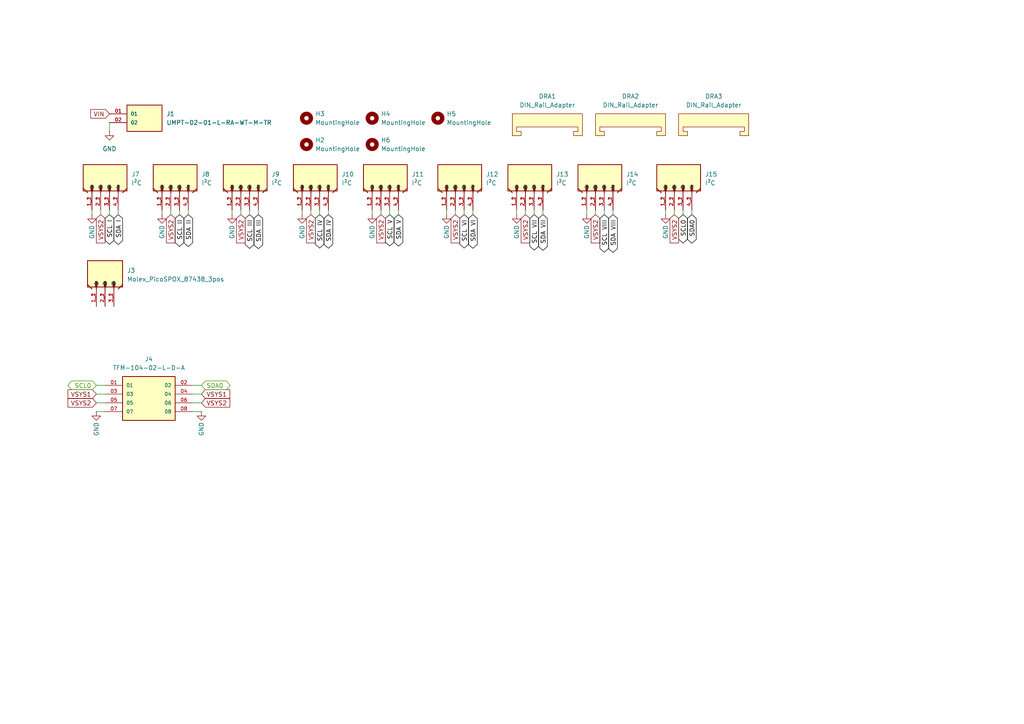
<source format=kicad_sch>
(kicad_sch (version 20231120) (generator "eeschema") (generator_version "8.0")
  (paper "A4")
  (lib_symbols
    (symbol "Mechanical:DIN_Rail_Adapter" (exclude_from_sim yes)
      (property "Reference" "DRA" (at 0 6.35 0))
      (property "Value" "DIN_Rail_Adapter" (at 0 3.81 0))
      (symbol "DIN_Rail_Adapter_0_1"
        (polyline (pts (xy 10.16 2.54) (xy -10.16 2.54) (xy -10.16 -3.81) (xy -7.62 -3.81) (xy -7.62 -2.54) (xy -8.89 -2.54) (xy -8.89 -1.27) (xy 8.89 -1.27) (xy 8.89 -2.54) (xy 7.62 -2.54) (xy 7.62 -3.81) (xy 10.16 -3.81) (xy 10.16 2.54) (xy -10.16 2.54)) (fill (type background)))
      )
    )
    (symbol "Mechanical:MountingHole" (pin_names (offset 1.016)) (exclude_from_sim yes) (in_bom no)
      (property "Reference" "H" (at 0 5.08 0))
      (property "Value" "MountingHole" (at 0 3.175 0))
      (symbol "MountingHole_0_1"
        (circle (center 0 0) (radius 1.27) (stroke (width 1.27)))
      )
    )
    (symbol "connectors_Molex:Molex_PicoSPOX_87438_3pos" (pin_names (offset 1.016))
      (property "Reference" "J" (at 0 6.35 0))
      (property "Value" "Molex_PicoSPOX_87438_3pos" (at 0 -7.62 0))
      (symbol "Molex_PicoSPOX_87438_3pos_0_0"
        (polyline (pts (xy 0 -3.81) (xy 1.27 -5.08)) (stroke (width 0.254)))
        (polyline (pts (xy 0 -2.54) (xy 1.905 -2.54)) (stroke (width 0.254)))
        (polyline (pts (xy 0 0) (xy 1.905 0)) (stroke (width 0.254)))
        (polyline (pts (xy 0 2.54) (xy 1.905 2.54)) (stroke (width 0.254)))
        (polyline (pts (xy 1.27 5.08) (xy 0 3.81)) (stroke (width 0.254)))
        (rectangle (start 0.5821 -5.08) (end 8.2021 5.08) (stroke (width 0.254)) (fill (type background)))
        (rectangle (start 0.635 -2.8575) (end 2.2225 -2.2225) (stroke (width 0.1)) (fill (type outline)))
        (rectangle (start 0.635 -0.3175) (end 2.2225 0.3175) (stroke (width 0.1)) (fill (type outline)))
        (rectangle (start 0.635 2.2225) (end 2.2225 2.8575) (stroke (width 0.1)) (fill (type outline)))
        (pin passive line (at -5.08 2.54 0) (length 5.08) (name "1") (number "1_1"))
        (pin passive line (at -5.08 2.54 0) (length 5.08) (name "1") (number "1_2"))
        (pin passive line (at -5.08 0 0) (length 5.08) (name "2") (number "2_1"))
        (pin passive line (at -5.08 0 0) (length 5.08) (name "2") (number "2_2"))
        (pin passive line (at -5.08 -2.54 0) (length 5.08) (name "3") (number "3_1"))
        (pin passive line (at -5.08 -2.54 0) (length 5.08) (name "3") (number "3_2"))
      )
    )
    (symbol "connectors_Molex:Molex_PicoSPOX_87438_4pos" (pin_names (offset 1.016))
      (property "Reference" "J" (at 0 6.35 0))
      (property "Value" "Molex_PicoSPOX_87438_4pos" (at 0 -10.16 0))
      (symbol "Molex_PicoSPOX_87438_4pos_0_0"
        (polyline (pts (xy 0 -6.35) (xy 1.27 -7.62)) (stroke (width 0.254)))
        (polyline (pts (xy 0 -5.08) (xy 1.905 -5.08)) (stroke (width 0.254)))
        (polyline (pts (xy 0 -2.54) (xy 1.905 -2.54)) (stroke (width 0.254)))
        (polyline (pts (xy 0 0) (xy 1.905 0)) (stroke (width 0.254)))
        (polyline (pts (xy 0 2.54) (xy 1.905 2.54)) (stroke (width 0.254)))
        (polyline (pts (xy 1.27 5.08) (xy 0 3.81)) (stroke (width 0.254)))
        (rectangle (start 0.4989 -7.62) (end 8.1189 5.08) (stroke (width 0.254)) (fill (type background)))
        (rectangle (start 0.635 -5.3975) (end 2.2225 -4.7625) (stroke (width 0.1)) (fill (type outline)))
        (rectangle (start 0.635 -2.8575) (end 2.2225 -2.2225) (stroke (width 0.1)) (fill (type outline)))
        (rectangle (start 0.635 -0.3175) (end 2.2225 0.3175) (stroke (width 0.1)) (fill (type outline)))
        (rectangle (start 0.635 2.2225) (end 2.2225 2.8575) (stroke (width 0.1)) (fill (type outline)))
        (pin passive line (at -5.08 2.54 0) (length 5.08) (name "1") (number "1_1"))
        (pin passive line (at -5.08 2.54 0) (length 5.08) (name "1") (number "1_2"))
        (pin passive line (at -5.08 0 0) (length 5.08) (name "2") (number "2_1"))
        (pin passive line (at -5.08 0 0) (length 5.08) (name "2") (number "2_2"))
        (pin passive line (at -5.08 -2.54 0) (length 5.08) (name "3") (number "3_1"))
        (pin passive line (at -5.08 -2.54 0) (length 5.08) (name "3") (number "3_2"))
        (pin passive line (at -5.08 -5.08 0) (length 5.08) (name "4") (number "4_1"))
        (pin passive line (at -5.08 -5.08 0) (length 5.08) (name "4") (number "4_2"))
      )
    )
    (symbol "connectors_Samtec:TFM-104-02-L-D-A" (pin_names (offset 1.016))
      (property "Reference" "J" (at -8.12 7.62 0))
      (property "Value" "TFM-104-02-L-D-A" (at -7.62 -7.62 0))
      (symbol "TFM-104-02-L-D-A_0_0"
        (rectangle (start -7.62 -5.08) (end 7.62 7.62) (stroke (width 0.254)) (fill (type background)))
        (pin passive line (at -12.7 5.08 0) (length 5.08) (name "01") (number "01"))
        (pin passive line (at 12.7 5.08 180) (length 5.08) (name "02") (number "02"))
        (pin passive line (at -12.7 2.54 0) (length 5.08) (name "03") (number "03"))
        (pin passive line (at 12.7 2.54 180) (length 5.08) (name "04") (number "04"))
        (pin passive line (at -12.7 0 0) (length 5.08) (name "05") (number "05"))
        (pin passive line (at 12.7 0 180) (length 5.08) (name "06") (number "06"))
        (pin passive line (at -12.7 -2.54 0) (length 5.08) (name "07") (number "07"))
        (pin passive line (at 12.7 -2.54 180) (length 5.08) (name "08") (number "08"))
      )
    )
    (symbol "connectors_Samtec:UMPT-02-01-L-RA-WT-M-TR" (pin_names (offset 1.016))
      (property "Reference" "J" (at -5.08 4.572 0))
      (property "Value" "UMPT-02-01-L-RA-WT-M-TR" (at -5.08 -6.35 0))
      (symbol "UMPT-02-01-L-RA-WT-M-TR_0_0"
        (rectangle (start -5.08 3.81) (end 5.08 -3.81) (stroke (width 0.254)) (fill (type background)))
        (pin passive line (at -10.16 1.27 0) (length 5.08) (name "01") (number "01"))
        (pin passive line (at -10.16 -1.27 0) (length 5.08) (name "02") (number "02"))
      )
    )
    (symbol "power:GND" (power) (pin_numbers hide) (pin_names (offset 0) hide)
      (property "Value" "GND" (at 0 -3.81 0))
      (symbol "GND_0_1"
        (polyline (pts (xy 0 0) (xy 0 -1.27) (xy 1.27 -1.27) (xy 0 -2.54) (xy -1.27 -1.27) (xy 0 -1.27)))
      )
      (symbol "GND_1_1"
        (pin power_in line (at 0 0 270) (length 0) (name "~") (number "1"))
      )
    )
  )
  (wire (pts (xy 149.86 60.96) (xy 149.86 62.23)))
  (wire (pts (xy 46.99 60.96) (xy 46.99 62.23)))
  (wire (pts (xy 29.21 62.23) (xy 29.21 60.96)))
  (wire (pts (xy 110.49 62.23) (xy 110.49 60.96)))
  (wire (pts (xy 115.57 60.96) (xy 115.57 62.23)))
  (wire (pts (xy 107.95 60.96) (xy 107.95 62.23)))
  (wire (pts (xy 200.66 60.96) (xy 200.66 62.23)))
  (wire (pts (xy 27.94 119.38) (xy 30.48 119.38)))
  (wire (pts (xy 154.94 60.96) (xy 154.94 62.23)))
  (wire (pts (xy 58.42 114.3) (xy 55.88 114.3)))
  (wire (pts (xy 69.85 62.23) (xy 69.85 60.96)))
  (wire (pts (xy 58.42 119.38) (xy 55.88 119.38)))
  (wire (pts (xy 49.53 62.23) (xy 49.53 60.96)))
  (wire (pts (xy 132.08 62.23) (xy 132.08 60.96)))
  (wire (pts (xy 157.48 60.96) (xy 157.48 62.23)))
  (wire (pts (xy 27.94 114.3) (xy 30.48 114.3)))
  (wire (pts (xy 58.42 111.76) (xy 55.88 111.76)))
  (wire (pts (xy 198.12 60.96) (xy 198.12 62.23)))
  (wire (pts (xy 67.31 60.96) (xy 67.31 62.23)))
  (wire (pts (xy 27.94 116.84) (xy 30.48 116.84)))
  (wire (pts (xy 172.72 62.23) (xy 172.72 60.96)))
  (wire (pts (xy 90.17 62.23) (xy 90.17 60.96)))
  (wire (pts (xy 195.58 62.23) (xy 195.58 60.96)))
  (wire (pts (xy 74.93 60.96) (xy 74.93 62.23)))
  (wire (pts (xy 152.4 62.23) (xy 152.4 60.96)))
  (wire (pts (xy 95.25 60.96) (xy 95.25 62.23)))
  (wire (pts (xy 31.75 60.96) (xy 31.75 62.23)))
  (wire (pts (xy 129.54 60.96) (xy 129.54 62.23)))
  (wire (pts (xy 34.29 60.96) (xy 34.29 62.23)))
  (wire (pts (xy 193.04 62.23) (xy 193.04 60.96)))
  (wire (pts (xy 26.67 60.96) (xy 26.67 62.23)))
  (wire (pts (xy 177.8 60.96) (xy 177.8 62.23)))
  (wire (pts (xy 52.07 60.96) (xy 52.07 62.23)))
  (wire (pts (xy 27.94 111.76) (xy 30.48 111.76)))
  (wire (pts (xy 92.71 60.96) (xy 92.71 62.23)))
  (wire (pts (xy 87.63 60.96) (xy 87.63 62.23)))
  (wire (pts (xy 54.61 60.96) (xy 54.61 62.23)))
  (wire (pts (xy 31.75 35.56) (xy 31.75 38.1)))
  (wire (pts (xy 72.39 60.96) (xy 72.39 62.23)))
  (wire (pts (xy 170.18 62.23) (xy 170.18 60.96)))
  (wire (pts (xy 137.16 60.96) (xy 137.16 62.23)))
  (wire (pts (xy 175.26 60.96) (xy 175.26 62.23)))
  (wire (pts (xy 58.42 116.84) (xy 55.88 116.84)))
  (wire (pts (xy 113.03 60.96) (xy 113.03 62.23)))
  (wire (pts (xy 134.62 60.96) (xy 134.62 62.23)))
  (global_label "VSYS2" (shape input) (at 90.17 62.23 270) (property "Intersheetrefs" "${INTERSHEET_REFS}" (effects (hide yes))))
  (global_label "VSYS2" (shape input) (at 152.4 62.23 270) (property "Intersheetrefs" "${INTERSHEET_REFS}" (effects (hide yes))))
  (global_label "SCL V" (shape bidirectional) (at 113.03 62.23 270) (property "Intersheetrefs" "${INTERSHEET_REFS}" (effects (hide yes))))
  (global_label "SCL I" (shape bidirectional) (at 31.75 62.23 270) (property "Intersheetrefs" "${INTERSHEET_REFS}" (effects (hide yes))))
  (global_label "VSYS2" (shape input) (at 172.72 62.23 270) (property "Intersheetrefs" "${INTERSHEET_REFS}" (effects (hide yes))))
  (global_label "SCL VI" (shape bidirectional) (at 134.62 62.23 270) (property "Intersheetrefs" "${INTERSHEET_REFS}" (effects (hide yes))))
  (global_label "VIN" (shape input) (at 31.75 33.02 180) (property "Intersheetrefs" "${INTERSHEET_REFS}" (effects (hide yes))))
  (global_label "VSYS2" (shape input) (at 195.58 62.23 270) (property "Intersheetrefs" "${INTERSHEET_REFS}" (effects (hide yes))))
  (global_label "SCL IV" (shape bidirectional) (at 92.71 62.23 270) (property "Intersheetrefs" "${INTERSHEET_REFS}" (effects (hide yes))))
  (global_label "VSYS2" (shape input) (at 110.49 62.23 270) (property "Intersheetrefs" "${INTERSHEET_REFS}" (effects (hide yes))))
  (global_label "VSYS1" (shape input) (at 58.42 114.3 0) (property "Intersheetrefs" "${INTERSHEET_REFS}" (effects (hide yes))))
  (global_label "SDA V" (shape bidirectional) (at 115.57 62.23 270) (property "Intersheetrefs" "${INTERSHEET_REFS}" (effects (hide yes))))
  (global_label "VSYS2" (shape input) (at 58.42 116.84 0) (property "Intersheetrefs" "${INTERSHEET_REFS}" (effects (hide yes))))
  (global_label "VSYS2" (shape input) (at 27.94 116.84 180) (property "Intersheetrefs" "${INTERSHEET_REFS}" (effects (hide yes))))
  (global_label "SCL II" (shape bidirectional) (at 52.07 62.23 270) (property "Intersheetrefs" "${INTERSHEET_REFS}" (effects (hide yes))))
  (global_label "SCL VII" (shape bidirectional) (at 154.94 62.23 270) (property "Intersheetrefs" "${INTERSHEET_REFS}" (effects (hide yes))))
  (global_label "SCL VIII" (shape bidirectional) (at 175.26 62.23 270) (property "Intersheetrefs" "${INTERSHEET_REFS}" (effects (hide yes))))
  (global_label "SDA VII" (shape bidirectional) (at 157.48 62.23 270) (property "Intersheetrefs" "${INTERSHEET_REFS}" (effects (hide yes))))
  (global_label "VSYS2" (shape input) (at 69.85 62.23 270) (property "Intersheetrefs" "${INTERSHEET_REFS}" (effects (hide yes))))
  (global_label "VSYS2" (shape input) (at 29.21 62.23 270) (property "Intersheetrefs" "${INTERSHEET_REFS}" (effects (hide yes))))
  (global_label "SCL0" (shape bidirectional) (at 198.12 62.23 270) (property "Intersheetrefs" "${INTERSHEET_REFS}" (effects (hide yes))))
  (global_label "SDA0" (shape bidirectional) (at 200.66 62.23 270) (property "Intersheetrefs" "${INTERSHEET_REFS}" (effects (hide yes))))
  (global_label "SDA VIII" (shape bidirectional) (at 177.8 62.23 270) (property "Intersheetrefs" "${INTERSHEET_REFS}" (effects (hide yes))))
  (global_label "SCL III" (shape bidirectional) (at 72.39 62.23 270) (property "Intersheetrefs" "${INTERSHEET_REFS}" (effects (hide yes))))
  (global_label "SCL0" (shape bidirectional) (at 27.94 111.76 180) (property "Intersheetrefs" "${INTERSHEET_REFS}" (effects (hide yes))))
  (global_label "SDA0" (shape bidirectional) (at 58.42 111.76 0) (property "Intersheetrefs" "${INTERSHEET_REFS}" (effects (hide yes))))
  (global_label "SDA III" (shape bidirectional) (at 74.93 62.23 270) (property "Intersheetrefs" "${INTERSHEET_REFS}" (effects (hide yes))))
  (global_label "SDA II" (shape bidirectional) (at 54.61 62.23 270) (property "Intersheetrefs" "${INTERSHEET_REFS}" (effects (hide yes))))
  (global_label "VSYS2" (shape input) (at 132.08 62.23 270) (property "Intersheetrefs" "${INTERSHEET_REFS}" (effects (hide yes))))
  (global_label "SDA VI" (shape bidirectional) (at 137.16 62.23 270) (property "Intersheetrefs" "${INTERSHEET_REFS}" (effects (hide yes))))
  (global_label "SDA IV" (shape bidirectional) (at 95.25 62.23 270) (property "Intersheetrefs" "${INTERSHEET_REFS}" (effects (hide yes))))
  (global_label "VSYS1" (shape input) (at 27.94 114.3 180) (property "Intersheetrefs" "${INTERSHEET_REFS}" (effects (hide yes))))
  (global_label "SDA I" (shape bidirectional) (at 34.29 62.23 270) (property "Intersheetrefs" "${INTERSHEET_REFS}" (effects (hide yes))))
  (global_label "VSYS2" (shape input) (at 49.53 62.23 270) (property "Intersheetrefs" "${INTERSHEET_REFS}" (effects (hide yes))))
  (symbol (lib_id "power:GND") (at 193.04 62.23 0) (unit 1)
    (property "Reference" "#PWR0505" (effects (hide yes)))
    (property "Value" "GND" (at 193.04 67.31 90))
    (property "Description" "Power symbol creates a global label with name \"GND\" , ground" (effects (hide yes)))
  )
  (symbol (lib_id "Mechanical:MountingHole") (at 107.95 34.29 0) (unit 1) (exclude_from_sim yes) (in_bom no)
    (property "Reference" "H4" (at 110.49 33.0199 0) (effects (justify left)))
    (property "Value" "MountingHole" (at 110.49 35.5599 0) (effects (justify left)))
    (property "Footprint" "MountingHole:MountingHole_2.7mm_M2.5_DIN965" (effects (hide yes)))
    (property "Description" "Mounting Hole without connection" (effects (hide yes)))
  )
  (symbol (lib_id "power:GND") (at 31.75 38.1 0) (unit 1)
    (property "Reference" "#PWR01" (effects (hide yes)))
    (property "Value" "GND" (at 31.75 43.18 0))
    (property "Description" "Power symbol creates a global label with name \"GND\" , ground" (effects (hide yes)))
  )
  (symbol (lib_id "Mechanical:MountingHole") (at 107.95 41.91 0) (unit 1) (exclude_from_sim yes) (in_bom no)
    (property "Reference" "H6" (at 110.49 40.6399 0) (effects (justify left)))
    (property "Value" "MountingHole" (at 110.49 43.1799 0) (effects (justify left)))
    (property "Footprint" "MountingHole:MountingHole_2.7mm_M2.5_DIN965" (effects (hide yes)))
    (property "Description" "Mounting Hole without connection" (effects (hide yes)))
  )
  (symbol (lib_id "power:GND") (at 27.94 119.38 0) (unit 1)
    (property "Reference" "#PWR02" (effects (hide yes)))
    (property "Value" "GND" (at 27.94 124.46 90))
    (property "Description" "Power symbol creates a global label with name \"GND\" , ground" (effects (hide yes)))
  )
  (symbol (lib_id "power:GND") (at 87.63 62.23 0) (unit 1)
    (property "Reference" "#PWR075" (effects (hide yes)))
    (property "Value" "GND" (at 87.63 67.31 90))
    (property "Description" "Power symbol creates a global label with name \"GND\" , ground" (effects (hide yes)))
  )
  (symbol (lib_id "power:GND") (at 58.42 119.38 0) (unit 1)
    (property "Reference" "#PWR013" (effects (hide yes)))
    (property "Value" "GND" (at 58.42 124.46 90))
    (property "Description" "Power symbol creates a global label with name \"GND\" , ground" (effects (hide yes)))
  )
  (symbol (lib_id "connectors_Molex:Molex_PicoSPOX_87438_4pos") (at 195.58 55.88 90) (unit 1)
    (property "Reference" "J15" (at 204.47 50.5504 90) (effects (justify right)))
    (property "Value" "I²C" (at 204.47 53.0904 90) (effects (justify right)))
    (property "Footprint" "connectors_molex:MOLEX_874380443" (effects (hide yes)))
    (property "DigiKey_Part_Number" "WM7648TR-ND" (effects (hide yes)))
    (property "MF" "Molex" (effects (hide yes)))
    (property "MAXIMUM_PACKAGE_HEIGHT" "4.45 mm" (effects (hide yes)))
    (property "Package" "None" (effects (hide yes)))
    (property "Check_prices" "https://www.snapeda.com/parts/87438-0443/Molex/view-part/?ref=eda" (effects (hide yes)))
    (property "STANDARD" "Manufacturer Recommendations" (effects (hide yes)))
    (property "PARTREV" "C" (effects (hide yes)))
    (property "SnapEDA_Link" "https://www.snapeda.com/parts/87438-0443/Molex/view-part/?ref=snap" (effects (hide yes)))
    (property "MP" "87438-0443" (effects (hide yes)))
    (property "Purchase-URL" "https://www.snapeda.com/api/url_track_click_mouser/?unipart_id=699112&manufacturer=Molex&part_name=87438-0443&search_term=874380443" (effects (hide yes)))
    (property "Description_1" "\nHeader 1.50mm Pico-SPOX WTB, SMT, RA,4w | Molex Incorporated 87438-0443\n" (effects (hide yes)))
    (property "MANUFACTURER" "Molex" (effects (hide yes)))
  )
  (symbol (lib_id "connectors_Molex:Molex_PicoSPOX_87438_4pos") (at 69.85 55.88 90) (unit 1)
    (property "Reference" "J9" (at 78.74 50.5504 90) (effects (justify right)))
    (property "Value" "I²C" (at 78.74 53.0904 90) (effects (justify right)))
    (property "Footprint" "connectors_molex:Molex_PicoSpox_hor_4pos_874380443" (effects (hide yes)))
    (property "DigiKey_Part_Number" "WM7648TR-ND" (effects (hide yes)))
    (property "MF" "Molex" (effects (hide yes)))
    (property "MAXIMUM_PACKAGE_HEIGHT" "4.45 mm" (effects (hide yes)))
    (property "Package" "None" (effects (hide yes)))
    (property "Check_prices" "https://www.snapeda.com/parts/87438-0443/Molex/view-part/?ref=eda" (effects (hide yes)))
    (property "STANDARD" "Manufacturer Recommendations" (effects (hide yes)))
    (property "PARTREV" "C" (effects (hide yes)))
    (property "SnapEDA_Link" "https://www.snapeda.com/parts/87438-0443/Molex/view-part/?ref=snap" (effects (hide yes)))
    (property "MP" "87438-0443" (effects (hide yes)))
    (property "Purchase-URL" "https://www.snapeda.com/api/url_track_click_mouser/?unipart_id=699112&manufacturer=Molex&part_name=87438-0443&search_term=874380443" (effects (hide yes)))
    (property "Description_1" "\nHeader 1.50mm Pico-SPOX WTB, SMT, RA,4w | Molex Incorporated 87438-0443\n" (effects (hide yes)))
    (property "MANUFACTURER" "Molex" (effects (hide yes)))
  )
  (symbol (lib_id "Mechanical:DIN_Rail_Adapter") (at 207.01 35.56 0) (unit 1) (exclude_from_sim yes)
    (property "Reference" "DRA3" (at 207.01 27.94 0))
    (property "Value" "DIN_Rail_Adapter" (at 207.01 30.48 0))
    (property "Footprint" "MountingEquipment:DINRailAdapter_3xM3_PhoenixContact_1201578" (effects (hide yes)))
    (property "Description" "DIN Rail adapter universal, mounting holes without connection" (effects (hide yes)))
  )
  (symbol (lib_id "connectors_Molex:Molex_PicoSPOX_87438_4pos") (at 132.08 55.88 90) (unit 1)
    (property "Reference" "J12" (at 140.97 50.5504 90) (effects (justify right)))
    (property "Value" "I²C" (at 140.97 53.0904 90) (effects (justify right)))
    (property "Footprint" "connectors_molex:MOLEX_874380443" (effects (hide yes)))
    (property "DigiKey_Part_Number" "WM7648TR-ND" (effects (hide yes)))
    (property "MF" "Molex" (effects (hide yes)))
    (property "MAXIMUM_PACKAGE_HEIGHT" "4.45 mm" (effects (hide yes)))
    (property "Package" "None" (effects (hide yes)))
    (property "Check_prices" "https://www.snapeda.com/parts/87438-0443/Molex/view-part/?ref=eda" (effects (hide yes)))
    (property "STANDARD" "Manufacturer Recommendations" (effects (hide yes)))
    (property "PARTREV" "C" (effects (hide yes)))
    (property "SnapEDA_Link" "https://www.snapeda.com/parts/87438-0443/Molex/view-part/?ref=snap" (effects (hide yes)))
    (property "MP" "87438-0443" (effects (hide yes)))
    (property "Purchase-URL" "https://www.snapeda.com/api/url_track_click_mouser/?unipart_id=699112&manufacturer=Molex&part_name=87438-0443&search_term=874380443" (effects (hide yes)))
    (property "Description_1" "\nHeader 1.50mm Pico-SPOX WTB, SMT, RA,4w | Molex Incorporated 87438-0443\n" (effects (hide yes)))
    (property "MANUFACTURER" "Molex" (effects (hide yes)))
  )
  (symbol (lib_id "connectors_Samtec:TFM-104-02-L-D-A") (at 43.18 116.84 0) (unit 1)
    (property "Reference" "J4" (at 43.18 104.14 0))
    (property "Value" "TFM-104-02-L-D-A" (at 43.18 106.68 0))
    (property "Footprint" "connectors_SAMTEC:SAMTEC_TFM-104-02-L-D-A" (effects (hide yes)))
    (property "PARTREV" "R" (effects (hide yes)))
    (property "MANUFACTURER" "Samtec Inc." (effects (hide yes)))
    (property "STANDARD" "Manufacturer Recommendations" (effects (hide yes)))
  )
  (symbol (lib_id "Mechanical:MountingHole") (at 88.9 41.91 0) (unit 1) (exclude_from_sim yes) (in_bom no)
    (property "Reference" "H2" (at 91.44 40.6399 0) (effects (justify left)))
    (property "Value" "MountingHole" (at 91.44 43.1799 0) (effects (justify left)))
    (property "Footprint" "MountingHole:MountingHole_2.7mm_M2.5_DIN965" (effects (hide yes)))
    (property "Description" "Mounting Hole without connection" (effects (hide yes)))
  )
  (symbol (lib_id "connectors_Samtec:UMPT-02-01-L-RA-WT-M-TR") (at 41.91 34.29 0) (unit 1)
    (property "Reference" "J1" (at 48.26 33.0199 0) (effects (justify left)))
    (property "Value" "UMPT-02-01-L-RA-WT-M-TR" (at 48.26 35.5599 0) (effects (justify left)))
    (property "Footprint" "connectors_SAMTEC:SAMTEC_UMPT-02-01-L-RA-WT-M-TR" (effects (hide yes)))
    (property "PARTREV" "B" (effects (hide yes)))
    (property "STANDARD" "Manufacturer Recommendations" (effects (hide yes)))
    (property "MAXIMUM_PACKAGE_HEIGHT" "9.7 mm" (effects (hide yes)))
    (property "MANUFACTURER" "Samtec" (effects (hide yes)))
  )
  (symbol (lib_id "Mechanical:DIN_Rail_Adapter") (at 182.88 35.56 0) (unit 1) (exclude_from_sim yes)
    (property "Reference" "DRA2" (at 182.88 27.94 0))
    (property "Value" "DIN_Rail_Adapter" (at 182.88 30.48 0))
    (property "Footprint" "MountingEquipment:DINRailAdapter_3xM3_PhoenixContact_1201578" (effects (hide yes)))
    (property "Description" "DIN Rail adapter universal, mounting holes without connection" (effects (hide yes)))
  )
  (symbol (lib_id "Mechanical:MountingHole") (at 127 34.29 0) (unit 1) (exclude_from_sim yes) (in_bom no)
    (property "Reference" "H5" (at 129.54 33.0199 0) (effects (justify left)))
    (property "Value" "MountingHole" (at 129.54 35.5599 0) (effects (justify left)))
    (property "Footprint" "MountingHole:MountingHole_2.7mm_M2.5_DIN965" (effects (hide yes)))
    (property "Description" "Mounting Hole without connection" (effects (hide yes)))
  )
  (symbol (lib_id "power:GND") (at 46.99 62.23 0) (unit 1)
    (property "Reference" "#PWR077" (effects (hide yes)))
    (property "Value" "GND" (at 46.99 67.31 90))
    (property "Description" "Power symbol creates a global label with name \"GND\" , ground" (effects (hide yes)))
  )
  (symbol (lib_id "connectors_Molex:Molex_PicoSPOX_87438_3pos") (at 30.48 83.82 90) (unit 1)
    (property "Reference" "J3" (at 36.83 78.4488 90) (effects (justify right)))
    (property "Value" "Molex_PicoSPOX_87438_3pos" (at 36.83 80.9888 90) (effects (justify right)))
    (property "Footprint" "874380343:MOLEX_874380343" (effects (hide yes)))
    (property "DigiKey_Part_Number" "WM7647TR-ND" (effects (hide yes)))
    (property "MF" "Molex" (effects (hide yes)))
    (property "MAXIMUM_PACKAGE_HEIGHT" "4.45 mm" (effects (hide yes)))
    (property "Package" "None" (effects (hide yes)))
    (property "Check_prices" "https://www.snapeda.com/parts/87438-0343/Molex/view-part/?ref=eda" (effects (hide yes)))
    (property "STANDARD" "Manufacturer Recommendations" (effects (hide yes)))
    (property "PARTREV" "A" (effects (hide yes)))
    (property "SnapEDA_Link" "https://www.snapeda.com/parts/87438-0343/Molex/view-part/?ref=snap" (effects (hide yes)))
    (property "MP" "87438-0343" (effects (hide yes)))
    (property "Purchase-URL" "https://www.snapeda.com/api/url_track_click_mouser/?unipart_id=47807&manufacturer=Molex&part_name=87438-0343&search_term=874380343" (effects (hide yes)))
    (property "Description_1" "\nHeader 1.50mm Pico-SPOX WTB, SMT, RA,3w | Molex Incorporated 87438-0343\n" (effects (hide yes)))
    (property "MANUFACTURER" "Molex" (effects (hide yes)))
  )
  (symbol (lib_id "power:GND") (at 170.18 62.23 0) (unit 1)
    (property "Reference" "#PWR06" (effects (hide yes)))
    (property "Value" "GND" (at 170.18 67.31 90))
    (property "Description" "Power symbol creates a global label with name \"GND\" , ground" (effects (hide yes)))
  )
  (symbol (lib_id "power:GND") (at 107.95 62.23 0) (unit 1)
    (property "Reference" "#PWR074" (effects (hide yes)))
    (property "Value" "GND" (at 107.95 67.31 90))
    (property "Description" "Power symbol creates a global label with name \"GND\" , ground" (effects (hide yes)))
  )
  (symbol (lib_id "connectors_Molex:Molex_PicoSPOX_87438_4pos") (at 172.72 55.88 90) (unit 1)
    (property "Reference" "J14" (at 181.61 50.5504 90) (effects (justify right)))
    (property "Value" "I²C" (at 181.61 53.0904 90) (effects (justify right)))
    (property "Footprint" "connectors_molex:MOLEX_874380443" (effects (hide yes)))
    (property "DigiKey_Part_Number" "WM7648TR-ND" (effects (hide yes)))
    (property "MF" "Molex" (effects (hide yes)))
    (property "MAXIMUM_PACKAGE_HEIGHT" "4.45 mm" (effects (hide yes)))
    (property "Package" "None" (effects (hide yes)))
    (property "Check_prices" "https://www.snapeda.com/parts/87438-0443/Molex/view-part/?ref=eda" (effects (hide yes)))
    (property "STANDARD" "Manufacturer Recommendations" (effects (hide yes)))
    (property "PARTREV" "C" (effects (hide yes)))
    (property "SnapEDA_Link" "https://www.snapeda.com/parts/87438-0443/Molex/view-part/?ref=snap" (effects (hide yes)))
    (property "MP" "87438-0443" (effects (hide yes)))
    (property "Purchase-URL" "https://www.snapeda.com/api/url_track_click_mouser/?unipart_id=699112&manufacturer=Molex&part_name=87438-0443&search_term=874380443" (effects (hide yes)))
    (property "Description_1" "\nHeader 1.50mm Pico-SPOX WTB, SMT, RA,4w | Molex Incorporated 87438-0443\n" (effects (hide yes)))
    (property "MANUFACTURER" "Molex" (effects (hide yes)))
  )
  (symbol (lib_id "power:GND") (at 26.67 62.23 0) (unit 1)
    (property "Reference" "#PWR078" (effects (hide yes)))
    (property "Value" "GND" (at 26.67 67.31 90))
    (property "Description" "Power symbol creates a global label with name \"GND\" , ground" (effects (hide yes)))
  )
  (symbol (lib_id "power:GND") (at 129.54 62.23 0) (unit 1)
    (property "Reference" "#PWR072" (effects (hide yes)))
    (property "Value" "GND" (at 129.54 67.31 90))
    (property "Description" "Power symbol creates a global label with name \"GND\" , ground" (effects (hide yes)))
  )
  (symbol (lib_id "connectors_Molex:Molex_PicoSPOX_87438_4pos") (at 90.17 55.88 90) (unit 1)
    (property "Reference" "J10" (at 99.06 50.5504 90) (effects (justify right)))
    (property "Value" "I²C" (at 99.06 53.0904 90) (effects (justify right)))
    (property "Footprint" "connectors_molex:Molex_PicoSpox_hor_4pos_874380443" (effects (hide yes)))
    (property "DigiKey_Part_Number" "WM7648TR-ND" (effects (hide yes)))
    (property "MF" "Molex" (effects (hide yes)))
    (property "MAXIMUM_PACKAGE_HEIGHT" "4.45 mm" (effects (hide yes)))
    (property "Package" "None" (effects (hide yes)))
    (property "Check_prices" "https://www.snapeda.com/parts/87438-0443/Molex/view-part/?ref=eda" (effects (hide yes)))
    (property "STANDARD" "Manufacturer Recommendations" (effects (hide yes)))
    (property "PARTREV" "C" (effects (hide yes)))
    (property "SnapEDA_Link" "https://www.snapeda.com/parts/87438-0443/Molex/view-part/?ref=snap" (effects (hide yes)))
    (property "MP" "87438-0443" (effects (hide yes)))
    (property "Purchase-URL" "https://www.snapeda.com/api/url_track_click_mouser/?unipart_id=699112&manufacturer=Molex&part_name=87438-0443&search_term=874380443" (effects (hide yes)))
    (property "Description_1" "\nHeader 1.50mm Pico-SPOX WTB, SMT, RA,4w | Molex Incorporated 87438-0443\n" (effects (hide yes)))
    (property "MANUFACTURER" "Molex" (effects (hide yes)))
  )
  (symbol (lib_id "connectors_Molex:Molex_PicoSPOX_87438_4pos") (at 152.4 55.88 90) (unit 1)
    (property "Reference" "J13" (at 161.29 50.5504 90) (effects (justify right)))
    (property "Value" "I²C" (at 161.29 53.0904 90) (effects (justify right)))
    (property "Footprint" "connectors_molex:MOLEX_874380443" (effects (hide yes)))
    (property "DigiKey_Part_Number" "WM7648TR-ND" (effects (hide yes)))
    (property "MF" "Molex" (effects (hide yes)))
    (property "MAXIMUM_PACKAGE_HEIGHT" "4.45 mm" (effects (hide yes)))
    (property "Package" "None" (effects (hide yes)))
    (property "Check_prices" "https://www.snapeda.com/parts/87438-0443/Molex/view-part/?ref=eda" (effects (hide yes)))
    (property "STANDARD" "Manufacturer Recommendations" (effects (hide yes)))
    (property "PARTREV" "C" (effects (hide yes)))
    (property "SnapEDA_Link" "https://www.snapeda.com/parts/87438-0443/Molex/view-part/?ref=snap" (effects (hide yes)))
    (property "MP" "87438-0443" (effects (hide yes)))
    (property "Purchase-URL" "https://www.snapeda.com/api/url_track_click_mouser/?unipart_id=699112&manufacturer=Molex&part_name=87438-0443&search_term=874380443" (effects (hide yes)))
    (property "Description_1" "\nHeader 1.50mm Pico-SPOX WTB, SMT, RA,4w | Molex Incorporated 87438-0443\n" (effects (hide yes)))
    (property "MANUFACTURER" "Molex" (effects (hide yes)))
  )
  (symbol (lib_id "connectors_Molex:Molex_PicoSPOX_87438_4pos") (at 49.53 55.88 90) (unit 1)
    (property "Reference" "J8" (at 58.42 50.5504 90) (effects (justify right)))
    (property "Value" "I²C" (at 58.42 53.0904 90) (effects (justify right)))
    (property "Footprint" "connectors_molex:Molex_PicoSpox_hor_4pos_874380443" (effects (hide yes)))
    (property "DigiKey_Part_Number" "WM7648TR-ND" (effects (hide yes)))
    (property "MF" "Molex" (effects (hide yes)))
    (property "MAXIMUM_PACKAGE_HEIGHT" "4.45 mm" (effects (hide yes)))
    (property "Package" "None" (effects (hide yes)))
    (property "Check_prices" "https://www.snapeda.com/parts/87438-0443/Molex/view-part/?ref=eda" (effects (hide yes)))
    (property "STANDARD" "Manufacturer Recommendations" (effects (hide yes)))
    (property "PARTREV" "C" (effects (hide yes)))
    (property "SnapEDA_Link" "https://www.snapeda.com/parts/87438-0443/Molex/view-part/?ref=snap" (effects (hide yes)))
    (property "MP" "87438-0443" (effects (hide yes)))
    (property "Purchase-URL" "https://www.snapeda.com/api/url_track_click_mouser/?unipart_id=699112&manufacturer=Molex&part_name=87438-0443&search_term=874380443" (effects (hide yes)))
    (property "Description_1" "\nHeader 1.50mm Pico-SPOX WTB, SMT, RA,4w | Molex Incorporated 87438-0443\n" (effects (hide yes)))
    (property "MANUFACTURER" "Molex" (effects (hide yes)))
  )
  (symbol (lib_id "connectors_Molex:Molex_PicoSPOX_87438_4pos") (at 110.49 55.88 90) (unit 1)
    (property "Reference" "J11" (at 119.38 50.5504 90) (effects (justify right)))
    (property "Value" "I²C" (at 119.38 53.0904 90) (effects (justify right)))
    (property "Footprint" "connectors_molex:MOLEX_874380443" (effects (hide yes)))
    (property "DigiKey_Part_Number" "WM7648TR-ND" (effects (hide yes)))
    (property "MF" "Molex" (effects (hide yes)))
    (property "MAXIMUM_PACKAGE_HEIGHT" "4.45 mm" (effects (hide yes)))
    (property "Package" "None" (effects (hide yes)))
    (property "Check_prices" "https://www.snapeda.com/parts/87438-0443/Molex/view-part/?ref=eda" (effects (hide yes)))
    (property "STANDARD" "Manufacturer Recommendations" (effects (hide yes)))
    (property "PARTREV" "C" (effects (hide yes)))
    (property "SnapEDA_Link" "https://www.snapeda.com/parts/87438-0443/Molex/view-part/?ref=snap" (effects (hide yes)))
    (property "MP" "87438-0443" (effects (hide yes)))
    (property "Purchase-URL" "https://www.snapeda.com/api/url_track_click_mouser/?unipart_id=699112&manufacturer=Molex&part_name=87438-0443&search_term=874380443" (effects (hide yes)))
    (property "Description_1" "\nHeader 1.50mm Pico-SPOX WTB, SMT, RA,4w | Molex Incorporated 87438-0443\n" (effects (hide yes)))
    (property "MANUFACTURER" "Molex" (effects (hide yes)))
  )
  (symbol (lib_id "power:GND") (at 67.31 62.23 0) (unit 1)
    (property "Reference" "#PWR076" (effects (hide yes)))
    (property "Value" "GND" (at 67.31 67.31 90))
    (property "Description" "Power symbol creates a global label with name \"GND\" , ground" (effects (hide yes)))
  )
  (symbol (lib_id "connectors_Molex:Molex_PicoSPOX_87438_4pos") (at 29.21 55.88 90) (unit 1)
    (property "Reference" "J7" (at 38.1 50.5504 90) (effects (justify right)))
    (property "Value" "I²C" (at 38.1 53.0904 90) (effects (justify right)))
    (property "Footprint" "connectors_molex:MOLEX_874380443" (effects (hide yes)))
    (property "DigiKey_Part_Number" "WM7648TR-ND" (effects (hide yes)))
    (property "MF" "Molex" (effects (hide yes)))
    (property "MAXIMUM_PACKAGE_HEIGHT" "4.45 mm" (effects (hide yes)))
    (property "Package" "None" (effects (hide yes)))
    (property "Check_prices" "https://www.snapeda.com/parts/87438-0443/Molex/view-part/?ref=eda" (effects (hide yes)))
    (property "STANDARD" "Manufacturer Recommendations" (effects (hide yes)))
    (property "PARTREV" "C" (effects (hide yes)))
    (property "SnapEDA_Link" "https://www.snapeda.com/parts/87438-0443/Molex/view-part/?ref=snap" (effects (hide yes)))
    (property "MP" "87438-0443" (effects (hide yes)))
    (property "Purchase-URL" "https://www.snapeda.com/api/url_track_click_mouser/?unipart_id=699112&manufacturer=Molex&part_name=87438-0443&search_term=874380443" (effects (hide yes)))
    (property "Description_1" "\nHeader 1.50mm Pico-SPOX WTB, SMT, RA,4w | Molex Incorporated 87438-0443\n" (effects (hide yes)))
    (property "MANUFACTURER" "Molex" (effects (hide yes)))
  )
  (symbol (lib_id "Mechanical:MountingHole") (at 88.9 34.29 0) (unit 1) (exclude_from_sim yes) (in_bom no)
    (property "Reference" "H3" (at 91.44 33.0199 0) (effects (justify left)))
    (property "Value" "MountingHole" (at 91.44 35.5599 0) (effects (justify left)))
    (property "Footprint" "MountingHole:MountingHole_2.7mm_M2.5_DIN965" (effects (hide yes)))
    (property "Description" "Mounting Hole without connection" (effects (hide yes)))
  )
  (symbol (lib_id "Mechanical:DIN_Rail_Adapter") (at 158.75 35.56 0) (unit 1) (exclude_from_sim yes)
    (property "Reference" "DRA1" (at 158.75 27.94 0))
    (property "Value" "DIN_Rail_Adapter" (at 158.75 30.48 0))
    (property "Footprint" "MountingEquipment:DINRailAdapter_3xM3_PhoenixContact_1201578" (effects (hide yes)))
    (property "Description" "DIN Rail adapter universal, mounting holes without connection" (effects (hide yes)))
  )
  (symbol (lib_id "power:GND") (at 149.86 62.23 0) (unit 1)
    (property "Reference" "#PWR07" (effects (hide yes)))
    (property "Value" "GND" (at 149.86 67.31 90))
    (property "Description" "Power symbol creates a global label with name \"GND\" , ground" (effects (hide yes)))
  )
)
</source>
